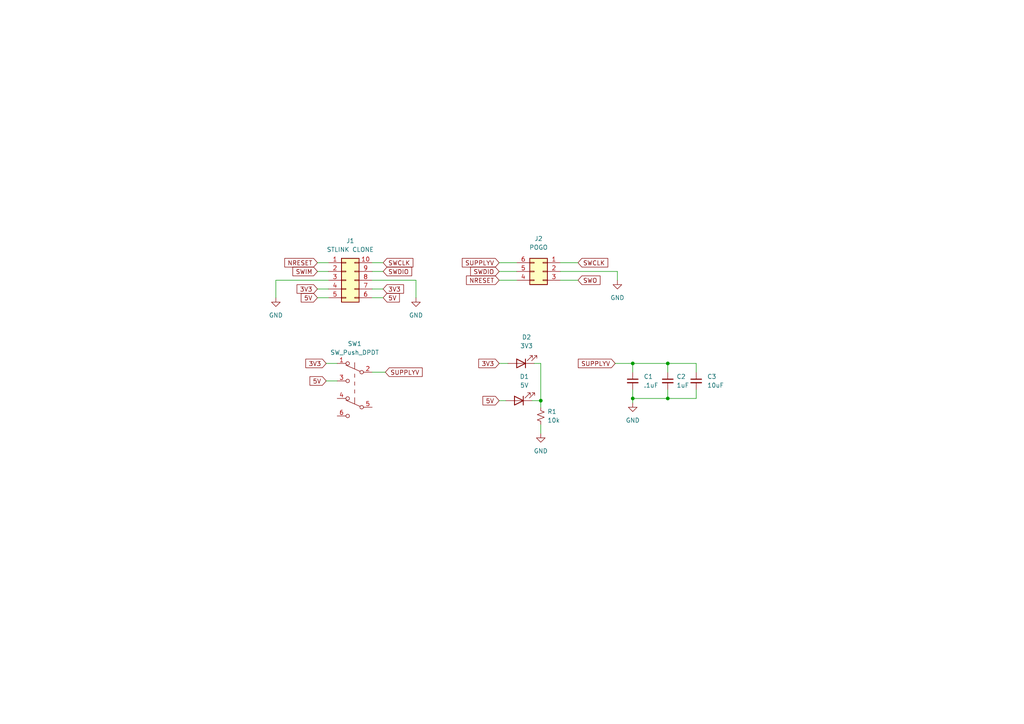
<source format=kicad_sch>
(kicad_sch (version 20211123) (generator eeschema)
  (paper "A4")
  (lib_symbols
    (symbol "Connector_Generic:Conn_02x03_Counter_Clockwise" (pin_names (offset 1.016) hide)
      (property "Reference" "J" (at 1.27 5.08 0))
      (property "Value" "Conn_02x03_Counter_Clockwise" (at 1.27 -5.08 0))
      (symbol "Conn_02x03_Counter_Clockwise_1_1"
        (rectangle (start -1.27 -2.413) (end 0 -2.667) (stroke (width 0.1524)))
        (rectangle (start -1.27 0.127) (end 0 -0.127) (stroke (width 0.1524)))
        (rectangle (start -1.27 2.667) (end 0 2.413) (stroke (width 0.1524)))
        (rectangle (start -1.27 3.81) (end 3.81 -3.81) (stroke (width 0.254)) (fill (type background)))
        (rectangle (start 3.81 -2.413) (end 2.54 -2.667) (stroke (width 0.1524)))
        (rectangle (start 3.81 0.127) (end 2.54 -0.127) (stroke (width 0.1524)))
        (rectangle (start 3.81 2.667) (end 2.54 2.413) (stroke (width 0.1524)))
        (pin passive line (at -5.08 2.54 0) (length 3.81) (name "Pin_1") (number "1"))
        (pin passive line (at -5.08 0 0) (length 3.81) (name "Pin_2") (number "2"))
        (pin passive line (at -5.08 -2.54 0) (length 3.81) (name "Pin_3") (number "3"))
        (pin passive line (at 7.62 -2.54 180) (length 3.81) (name "Pin_4") (number "4"))
        (pin passive line (at 7.62 0 180) (length 3.81) (name "Pin_5") (number "5"))
        (pin passive line (at 7.62 2.54 180) (length 3.81) (name "Pin_6") (number "6"))
      )
    )
    (symbol "Connector_Generic:Conn_02x05_Counter_Clockwise" (pin_names (offset 1.016) hide)
      (property "Reference" "J" (at 1.27 7.62 0))
      (property "Value" "Conn_02x05_Counter_Clockwise" (at 1.27 -7.62 0))
      (symbol "Conn_02x05_Counter_Clockwise_1_1"
        (rectangle (start -1.27 -4.953) (end 0 -5.207) (stroke (width 0.1524)))
        (rectangle (start -1.27 -2.413) (end 0 -2.667) (stroke (width 0.1524)))
        (rectangle (start -1.27 0.127) (end 0 -0.127) (stroke (width 0.1524)))
        (rectangle (start -1.27 2.667) (end 0 2.413) (stroke (width 0.1524)))
        (rectangle (start -1.27 5.207) (end 0 4.953) (stroke (width 0.1524)))
        (rectangle (start -1.27 6.35) (end 3.81 -6.35) (stroke (width 0.254)) (fill (type background)))
        (rectangle (start 3.81 -4.953) (end 2.54 -5.207) (stroke (width 0.1524)))
        (rectangle (start 3.81 -2.413) (end 2.54 -2.667) (stroke (width 0.1524)))
        (rectangle (start 3.81 0.127) (end 2.54 -0.127) (stroke (width 0.1524)))
        (rectangle (start 3.81 2.667) (end 2.54 2.413) (stroke (width 0.1524)))
        (rectangle (start 3.81 5.207) (end 2.54 4.953) (stroke (width 0.1524)))
        (pin passive line (at -5.08 5.08 0) (length 3.81) (name "Pin_1") (number "1"))
        (pin passive line (at 7.62 5.08 180) (length 3.81) (name "Pin_10") (number "10"))
        (pin passive line (at -5.08 2.54 0) (length 3.81) (name "Pin_2") (number "2"))
        (pin passive line (at -5.08 0 0) (length 3.81) (name "Pin_3") (number "3"))
        (pin passive line (at -5.08 -2.54 0) (length 3.81) (name "Pin_4") (number "4"))
        (pin passive line (at -5.08 -5.08 0) (length 3.81) (name "Pin_5") (number "5"))
        (pin passive line (at 7.62 -5.08 180) (length 3.81) (name "Pin_6") (number "6"))
        (pin passive line (at 7.62 -2.54 180) (length 3.81) (name "Pin_7") (number "7"))
        (pin passive line (at 7.62 0 180) (length 3.81) (name "Pin_8") (number "8"))
        (pin passive line (at 7.62 2.54 180) (length 3.81) (name "Pin_9") (number "9"))
      )
    )
    (symbol "Device:C_Small" (pin_numbers hide) (pin_names (offset 0.254) hide)
      (property "Reference" "C" (at 0.254 1.778 0))
      (property "Value" "C_Small" (at 0.254 -2.032 0))
      (symbol "C_Small_0_1"
        (polyline (pts (xy -1.524 -0.508) (xy 1.524 -0.508)) (stroke (width 0.3302)))
        (polyline (pts (xy -1.524 0.508) (xy 1.524 0.508)) (stroke (width 0.3048)))
      )
      (symbol "C_Small_1_1"
        (pin passive line (at 0 2.54 270) (length 2.032) (name "~") (number "1"))
        (pin passive line (at 0 -2.54 90) (length 2.032) (name "~") (number "2"))
      )
    )
    (symbol "Device:LED" (pin_numbers hide) (pin_names (offset 1.016) hide)
      (property "Reference" "D" (at 0 2.54 0))
      (property "Value" "LED" (at 0 -2.54 0))
      (symbol "LED_0_1"
        (polyline (pts (xy -1.27 -1.27) (xy -1.27 1.27)) (stroke (width 0.254)))
        (polyline (pts (xy -1.27 0) (xy 1.27 0)))
        (polyline (pts (xy 1.27 -1.27) (xy 1.27 1.27) (xy -1.27 0) (xy 1.27 -1.27)) (stroke (width 0.254)))
        (polyline (pts (xy -3.048 -0.762) (xy -4.572 -2.286) (xy -3.81 -2.286) (xy -4.572 -2.286) (xy -4.572 -1.524)))
        (polyline (pts (xy -1.778 -0.762) (xy -3.302 -2.286) (xy -2.54 -2.286) (xy -3.302 -2.286) (xy -3.302 -1.524)))
      )
      (symbol "LED_1_1"
        (pin passive line (at -3.81 0 0) (length 2.54) (name "K") (number "1"))
        (pin passive line (at 3.81 0 180) (length 2.54) (name "A") (number "2"))
      )
    )
    (symbol "Device:R_Small_US" (pin_numbers hide) (pin_names (offset 0.254) hide)
      (property "Reference" "R" (at 0.762 0.508 0))
      (property "Value" "R_Small_US" (at 0.762 -1.016 0))
      (symbol "R_Small_US_1_1"
        (polyline (pts (xy 0 0) (xy 1.016 -0.381) (xy 0 -0.762) (xy -1.016 -1.143) (xy 0 -1.524)))
        (polyline (pts (xy 0 1.524) (xy 1.016 1.143) (xy 0 0.762) (xy -1.016 0.381) (xy 0 0)))
        (pin passive line (at 0 2.54 270) (length 1.016) (name "~") (number "1"))
        (pin passive line (at 0 -2.54 90) (length 1.016) (name "~") (number "2"))
      )
    )
    (symbol "Switch:SW_Push_DPDT" (pin_names (offset 0) hide)
      (property "Reference" "SW" (at 0 8.89 0))
      (property "Value" "SW_Push_DPDT" (at 0 -10.16 0))
      (symbol "SW_Push_DPDT_0_0"
        (circle (center -2.032 -5.08) (radius 0.508))
        (circle (center -2.032 5.08) (radius 0.508))
        (circle (center 2.032 -7.62) (radius 0.508))
        (circle (center 2.032 2.54) (radius 0.508))
      )
      (symbol "SW_Push_DPDT_0_1"
        (polyline (pts (xy -1.524 -4.826) (xy 2.54 -3.048)))
        (polyline (pts (xy -1.524 5.334) (xy 2.54 7.112)))
        (polyline (pts (xy 0 -2.286) (xy 0 -4.064)))
        (polyline (pts (xy 0 -1.016) (xy 0 0)))
        (polyline (pts (xy 0 1.27) (xy 0 2.286)))
        (polyline (pts (xy 0 3.556) (xy 0 4.572)))
        (polyline (pts (xy 0 7.874) (xy 0 6.096)))
        (circle (center 2.032 -2.54) (radius 0.508))
        (circle (center 2.032 7.62) (radius 0.508))
      )
      (symbol "SW_Push_DPDT_1_1"
        (pin passive line (at 5.08 7.62 180) (length 2.54) (name "A") (number "1"))
        (pin passive line (at -5.08 5.08 0) (length 2.54) (name "B") (number "2"))
        (pin passive line (at 5.08 2.54 180) (length 2.54) (name "C") (number "3"))
        (pin passive line (at 5.08 -2.54 180) (length 2.54) (name "A") (number "4"))
        (pin passive line (at -5.08 -5.08 0) (length 2.54) (name "B") (number "5"))
        (pin passive line (at 5.08 -7.62 180) (length 2.54) (name "C") (number "6"))
      )
    )
    (symbol "power:GND" (power) (pin_names (offset 0))
      (property "Value" "GND" (at 0 -3.81 0))
      (symbol "GND_0_1"
        (polyline (pts (xy 0 0) (xy 0 -1.27) (xy 1.27 -1.27) (xy 0 -2.54) (xy -1.27 -1.27) (xy 0 -1.27)))
      )
      (symbol "GND_1_1"
        (pin power_in line (at 0 0 270) (length 0) hide (name "GND") (number "1"))
      )
    )
  )
  (junction (at 183.515 115.57))
  (junction (at 193.675 115.57))
  (junction (at 183.515 105.41))
  (junction (at 193.675 105.41))
  (junction (at 156.845 116.205))
  (wire (pts (xy 80.01 86.36) (xy 80.01 81.28)))
  (wire (pts (xy 107.95 76.2) (xy 111.125 76.2)))
  (wire (pts (xy 94.615 110.49) (xy 97.79 110.49)))
  (wire (pts (xy 144.78 81.28) (xy 149.86 81.28)))
  (wire (pts (xy 120.65 81.28) (xy 120.65 86.36)))
  (wire (pts (xy 183.515 105.41) (xy 193.675 105.41)))
  (wire (pts (xy 144.78 76.2) (xy 149.86 76.2)))
  (wire (pts (xy 92.075 78.74) (xy 95.25 78.74)))
  (wire (pts (xy 193.675 115.57) (xy 183.515 115.57)))
  (wire (pts (xy 107.95 78.74) (xy 111.125 78.74)))
  (wire (pts (xy 92.075 76.2) (xy 95.25 76.2)))
  (wire (pts (xy 179.07 78.74) (xy 179.07 81.28)))
  (wire (pts (xy 107.95 83.82) (xy 111.125 83.82)))
  (wire (pts (xy 162.56 76.2) (xy 167.64 76.2)))
  (wire (pts (xy 107.95 107.95) (xy 111.76 107.95)))
  (wire (pts (xy 162.56 81.28) (xy 167.64 81.28)))
  (wire (pts (xy 94.615 105.41) (xy 97.79 105.41)))
  (wire (pts (xy 156.845 105.41) (xy 156.845 116.205)))
  (wire (pts (xy 183.515 107.95) (xy 183.515 105.41)))
  (wire (pts (xy 183.515 105.41) (xy 178.435 105.41)))
  (wire (pts (xy 193.675 105.41) (xy 201.93 105.41)))
  (wire (pts (xy 144.78 116.205) (xy 146.685 116.205)))
  (wire (pts (xy 80.01 81.28) (xy 95.25 81.28)))
  (wire (pts (xy 201.93 105.41) (xy 201.93 107.95)))
  (wire (pts (xy 107.95 86.36) (xy 111.125 86.36)))
  (wire (pts (xy 156.845 123.19) (xy 156.845 125.73)))
  (wire (pts (xy 193.675 113.03) (xy 193.675 115.57)))
  (wire (pts (xy 144.78 105.41) (xy 147.32 105.41)))
  (wire (pts (xy 156.845 116.205) (xy 156.845 118.11)))
  (wire (pts (xy 107.95 81.28) (xy 120.65 81.28)))
  (wire (pts (xy 201.93 113.03) (xy 201.93 115.57)))
  (wire (pts (xy 154.94 105.41) (xy 156.845 105.41)))
  (wire (pts (xy 183.515 113.03) (xy 183.515 115.57)))
  (wire (pts (xy 193.675 105.41) (xy 193.675 107.95)))
  (wire (pts (xy 92.075 86.36) (xy 95.25 86.36)))
  (wire (pts (xy 92.075 83.82) (xy 95.25 83.82)))
  (wire (pts (xy 144.78 78.74) (xy 149.86 78.74)))
  (wire (pts (xy 201.93 115.57) (xy 193.675 115.57)))
  (wire (pts (xy 183.515 116.84) (xy 183.515 115.57)))
  (wire (pts (xy 162.56 78.74) (xy 179.07 78.74)))
  (wire (pts (xy 154.305 116.205) (xy 156.845 116.205)))
  (global_label "3V3" (shape input) (at 111.125 83.82 0) (property "Intersheet References" "${INTERSHEET_REFS}" (effects hide)))
  (global_label "3V3" (shape input) (at 94.615 105.41 180) (property "Intersheet References" "${INTERSHEET_REFS}" (effects hide)))
  (global_label "SWDIO" (shape input) (at 111.125 78.74 0) (property "Intersheet References" "${INTERSHEET_REFS}" (effects hide)))
  (global_label "5V" (shape input) (at 111.125 86.36 0) (property "Intersheet References" "${INTERSHEET_REFS}" (effects hide)))
  (global_label "SWO" (shape input) (at 167.64 81.28 0) (property "Intersheet References" "${INTERSHEET_REFS}" (effects hide)))
  (global_label "SWIM" (shape input) (at 92.075 78.74 180) (property "Intersheet References" "${INTERSHEET_REFS}" (effects hide)))
  (global_label "SWCLK" (shape input) (at 167.64 76.2 0) (property "Intersheet References" "${INTERSHEET_REFS}" (effects hide)))
  (global_label "SUPPLYV" (shape input) (at 144.78 76.2 180) (property "Intersheet References" "${INTERSHEET_REFS}" (effects hide)))
  (global_label "SWCLK" (shape input) (at 111.125 76.2 0) (property "Intersheet References" "${INTERSHEET_REFS}" (effects hide)))
  (global_label "5V" (shape input) (at 144.78 116.205 180) (property "Intersheet References" "${INTERSHEET_REFS}" (effects hide)))
  (global_label "NRESET" (shape input) (at 92.075 76.2 180) (property "Intersheet References" "${INTERSHEET_REFS}" (effects hide)))
  (global_label "SWDIO" (shape input) (at 144.78 78.74 180) (property "Intersheet References" "${INTERSHEET_REFS}" (effects hide)))
  (global_label "3V3" (shape input) (at 144.78 105.41 180) (property "Intersheet References" "${INTERSHEET_REFS}" (effects hide)))
  (global_label "5V" (shape input) (at 92.075 86.36 180) (property "Intersheet References" "${INTERSHEET_REFS}" (effects hide)))
  (global_label "SUPPLYV" (shape input) (at 111.76 107.95 0) (property "Intersheet References" "${INTERSHEET_REFS}" (effects hide)))
  (global_label "3V3" (shape input) (at 92.075 83.82 180) (property "Intersheet References" "${INTERSHEET_REFS}" (effects hide)))
  (global_label "5V" (shape input) (at 94.615 110.49 180) (property "Intersheet References" "${INTERSHEET_REFS}" (effects hide)))
  (global_label "NRESET" (shape input) (at 144.78 81.28 180) (property "Intersheet References" "${INTERSHEET_REFS}" (effects hide)))
  (global_label "SUPPLYV" (shape input) (at 178.435 105.41 180) (property "Intersheet References" "${INTERSHEET_REFS}" (effects hide)))
  (symbol (lib_id "Device:R_Small_US") (at 156.845 120.65 0) (unit 1)
    (property "Reference" "R1" (at 158.75 119.3799 0) (effects (justify left)))
    (property "Value" "10k" (at 158.75 121.9199 0) (effects (justify left)))
    (property "Footprint" "Resistor_SMD:R_0603_1608Metric" (effects hide))
  )
  (symbol (lib_id "Device:C_Small") (at 183.515 110.49 0) (unit 1)
    (property "Reference" "C1" (at 186.69 109.2262 0) (effects (justify left)))
    (property "Value" ".1uF" (at 186.69 111.7662 0) (effects (justify left)))
    (property "Footprint" "Capacitor_SMD:C_0603_1608Metric" (effects hide))
  )
  (symbol (lib_id "Device:C_Small") (at 193.675 110.49 0) (unit 1)
    (property "Reference" "C2" (at 196.215 109.2262 0) (effects (justify left)))
    (property "Value" "1uF" (at 196.215 111.7662 0) (effects (justify left)))
    (property "Footprint" "Capacitor_SMD:C_0603_1608Metric" (effects hide))
  )
  (symbol (lib_id "Connector_Generic:Conn_02x05_Counter_Clockwise") (at 100.33 81.28 0) (unit 1)
    (property "Reference" "J1" (at 101.6 69.85 0))
    (property "Value" "STLINK CLONE" (at 101.6 72.39 0))
    (property "Footprint" "matei:02x05_sidemount" (effects hide))
  )
  (symbol (lib_id "power:GND") (at 183.515 116.84 0) (unit 1)
    (property "Reference" "#PWR05" (effects hide))
    (property "Value" "GND" (at 183.515 121.92 0))
  )
  (symbol (lib_id "Switch:SW_Push_DPDT") (at 102.87 113.03 0) (mirror y) (unit 1)
    (property "Reference" "SW1" (at 102.87 99.695 0))
    (property "Value" "SW_Push_DPDT" (at 102.87 102.235 0))
    (property "Footprint" "matei:JS202011JCQN" (effects hide))
  )
  (symbol (lib_id "Device:LED") (at 150.495 116.205 180) (unit 1)
    (property "Reference" "D1" (at 152.0825 109.22 0))
    (property "Value" "5V" (at 152.0825 111.76 0))
    (property "Footprint" "Diode_SMD:D_0603_1608Metric" (effects hide))
  )
  (symbol (lib_id "power:GND") (at 80.01 86.36 0) (unit 1)
    (property "Reference" "#PWR01" (effects hide))
    (property "Value" "GND" (at 80.01 91.44 0))
  )
  (symbol (lib_id "Device:C_Small") (at 201.93 110.49 0) (unit 1)
    (property "Reference" "C3" (at 205.105 109.2262 0) (effects (justify left)))
    (property "Value" "10uF" (at 205.105 111.7662 0) (effects (justify left)))
    (property "Footprint" "Capacitor_SMD:C_0603_1608Metric" (effects hide))
  )
  (symbol (lib_id "power:GND") (at 179.07 81.28 0) (unit 1)
    (property "Reference" "#PWR04" (effects hide))
    (property "Value" "GND" (at 179.07 86.36 0))
  )
  (symbol (lib_id "Device:LED") (at 151.13 105.41 180) (unit 1)
    (property "Reference" "D2" (at 152.7175 97.79 0))
    (property "Value" "3V3" (at 152.7175 100.33 0))
    (property "Footprint" "Diode_SMD:D_0603_1608Metric" (effects hide))
  )
  (symbol (lib_id "power:GND") (at 156.845 125.73 0) (unit 1)
    (property "Reference" "#PWR03" (effects hide))
    (property "Value" "GND" (at 156.845 130.81 0))
  )
  (symbol (lib_id "Connector_Generic:Conn_02x03_Counter_Clockwise") (at 157.48 78.74 0) (mirror y) (unit 1)
    (property "Reference" "J2" (at 156.21 69.215 0))
    (property "Value" "POGO" (at 156.21 71.755 0))
    (property "Footprint" "matei:SWD_pogo_combined" (effects hide))
  )
  (symbol (lib_id "power:GND") (at 120.65 86.36 0) (unit 1)
    (property "Reference" "#PWR02" (effects hide))
    (property "Value" "GND" (at 120.65 91.44 0))
  )
)
</source>
